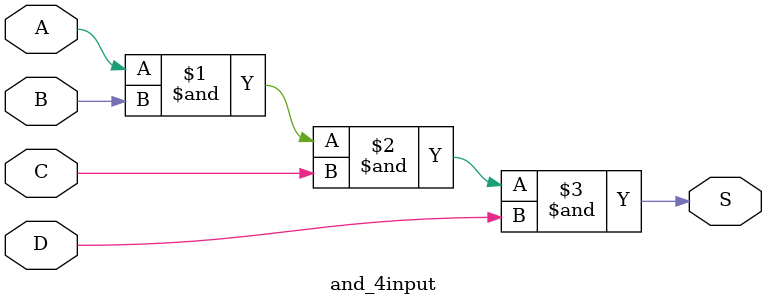
<source format=v>
module and_4input(S, A, B, C, D);

input   A,B,C, D;
output  S;

and and0(S, A, B, C, D);
endmodule
</source>
